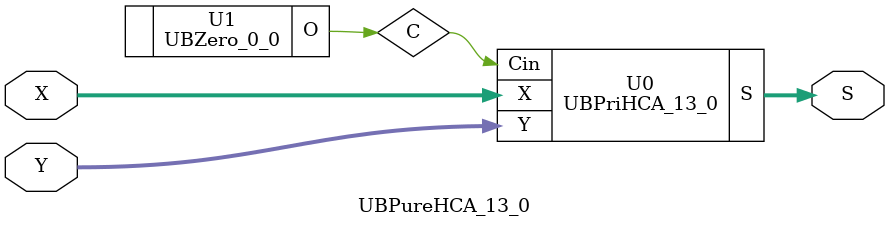
<source format=v>
/*----------------------------------------------------------------------------
  Copyright (c) 2021 Homma laboratory. All rights reserved.

  Top module: UBHCA_13_0_13_0

  Operand-1 length: 14
  Operand-2 length: 14
  Two-operand addition algorithm: Han-Carlson adder
----------------------------------------------------------------------------*/

module GPGenerator(Go, Po, A, B);
  output Go;
  output Po;
  input A;
  input B;
  assign Go = A & B;
  assign Po = A ^ B;
endmodule

module CarryOperator(Go, Po, Gi1, Pi1, Gi2, Pi2);
  output Go;
  output Po;
  input Gi1;
  input Gi2;
  input Pi1;
  input Pi2;
  assign Go = Gi1 | ( Gi2 & Pi1 );
  assign Po = Pi1 & Pi2;
endmodule

module UBPriHCA_13_0(S, X, Y, Cin);
  output [14:0] S;
  input Cin;
  input [13:0] X;
  input [13:0] Y;
  wire [13:0] G0;
  wire [13:0] G1;
  wire [13:0] G2;
  wire [13:0] G3;
  wire [13:0] G4;
  wire [13:0] G5;
  wire [13:0] P0;
  wire [13:0] P1;
  wire [13:0] P2;
  wire [13:0] P3;
  wire [13:0] P4;
  wire [13:0] P5;
  assign P1[0] = P0[0];
  assign G1[0] = G0[0];
  assign P1[2] = P0[2];
  assign G1[2] = G0[2];
  assign P1[4] = P0[4];
  assign G1[4] = G0[4];
  assign P1[6] = P0[6];
  assign G1[6] = G0[6];
  assign P1[8] = P0[8];
  assign G1[8] = G0[8];
  assign P1[10] = P0[10];
  assign G1[10] = G0[10];
  assign P1[12] = P0[12];
  assign G1[12] = G0[12];
  assign P2[0] = P1[0];
  assign G2[0] = G1[0];
  assign P2[1] = P1[1];
  assign G2[1] = G1[1];
  assign P2[2] = P1[2];
  assign G2[2] = G1[2];
  assign P2[4] = P1[4];
  assign G2[4] = G1[4];
  assign P2[6] = P1[6];
  assign G2[6] = G1[6];
  assign P2[8] = P1[8];
  assign G2[8] = G1[8];
  assign P2[10] = P1[10];
  assign G2[10] = G1[10];
  assign P2[12] = P1[12];
  assign G2[12] = G1[12];
  assign P3[0] = P2[0];
  assign G3[0] = G2[0];
  assign P3[1] = P2[1];
  assign G3[1] = G2[1];
  assign P3[2] = P2[2];
  assign G3[2] = G2[2];
  assign P3[3] = P2[3];
  assign G3[3] = G2[3];
  assign P3[4] = P2[4];
  assign G3[4] = G2[4];
  assign P3[6] = P2[6];
  assign G3[6] = G2[6];
  assign P3[8] = P2[8];
  assign G3[8] = G2[8];
  assign P3[10] = P2[10];
  assign G3[10] = G2[10];
  assign P3[12] = P2[12];
  assign G3[12] = G2[12];
  assign P4[0] = P3[0];
  assign G4[0] = G3[0];
  assign P4[1] = P3[1];
  assign G4[1] = G3[1];
  assign P4[2] = P3[2];
  assign G4[2] = G3[2];
  assign P4[3] = P3[3];
  assign G4[3] = G3[3];
  assign P4[4] = P3[4];
  assign G4[4] = G3[4];
  assign P4[5] = P3[5];
  assign G4[5] = G3[5];
  assign P4[6] = P3[6];
  assign G4[6] = G3[6];
  assign P4[7] = P3[7];
  assign G4[7] = G3[7];
  assign P4[8] = P3[8];
  assign G4[8] = G3[8];
  assign P4[10] = P3[10];
  assign G4[10] = G3[10];
  assign P4[12] = P3[12];
  assign G4[12] = G3[12];
  assign P5[0] = P4[0];
  assign G5[0] = G4[0];
  assign P5[1] = P4[1];
  assign G5[1] = G4[1];
  assign P5[3] = P4[3];
  assign G5[3] = G4[3];
  assign P5[5] = P4[5];
  assign G5[5] = G4[5];
  assign P5[7] = P4[7];
  assign G5[7] = G4[7];
  assign P5[9] = P4[9];
  assign G5[9] = G4[9];
  assign P5[11] = P4[11];
  assign G5[11] = G4[11];
  assign P5[13] = P4[13];
  assign G5[13] = G4[13];
  assign S[0] = Cin ^ P0[0];
  assign S[1] = ( G5[0] | ( P5[0] & Cin ) ) ^ P0[1];
  assign S[2] = ( G5[1] | ( P5[1] & Cin ) ) ^ P0[2];
  assign S[3] = ( G5[2] | ( P5[2] & Cin ) ) ^ P0[3];
  assign S[4] = ( G5[3] | ( P5[3] & Cin ) ) ^ P0[4];
  assign S[5] = ( G5[4] | ( P5[4] & Cin ) ) ^ P0[5];
  assign S[6] = ( G5[5] | ( P5[5] & Cin ) ) ^ P0[6];
  assign S[7] = ( G5[6] | ( P5[6] & Cin ) ) ^ P0[7];
  assign S[8] = ( G5[7] | ( P5[7] & Cin ) ) ^ P0[8];
  assign S[9] = ( G5[8] | ( P5[8] & Cin ) ) ^ P0[9];
  assign S[10] = ( G5[9] | ( P5[9] & Cin ) ) ^ P0[10];
  assign S[11] = ( G5[10] | ( P5[10] & Cin ) ) ^ P0[11];
  assign S[12] = ( G5[11] | ( P5[11] & Cin ) ) ^ P0[12];
  assign S[13] = ( G5[12] | ( P5[12] & Cin ) ) ^ P0[13];
  assign S[14] = G5[13] | ( P5[13] & Cin );
  GPGenerator U0 (G0[0], P0[0], X[0], Y[0]);
  GPGenerator U1 (G0[1], P0[1], X[1], Y[1]);
  GPGenerator U2 (G0[2], P0[2], X[2], Y[2]);
  GPGenerator U3 (G0[3], P0[3], X[3], Y[3]);
  GPGenerator U4 (G0[4], P0[4], X[4], Y[4]);
  GPGenerator U5 (G0[5], P0[5], X[5], Y[5]);
  GPGenerator U6 (G0[6], P0[6], X[6], Y[6]);
  GPGenerator U7 (G0[7], P0[7], X[7], Y[7]);
  GPGenerator U8 (G0[8], P0[8], X[8], Y[8]);
  GPGenerator U9 (G0[9], P0[9], X[9], Y[9]);
  GPGenerator U10 (G0[10], P0[10], X[10], Y[10]);
  GPGenerator U11 (G0[11], P0[11], X[11], Y[11]);
  GPGenerator U12 (G0[12], P0[12], X[12], Y[12]);
  GPGenerator U13 (G0[13], P0[13], X[13], Y[13]);
  CarryOperator U14 (G1[1], P1[1], G0[1], P0[1], G0[0], P0[0]);
  CarryOperator U15 (G1[3], P1[3], G0[3], P0[3], G0[2], P0[2]);
  CarryOperator U16 (G1[5], P1[5], G0[5], P0[5], G0[4], P0[4]);
  CarryOperator U17 (G1[7], P1[7], G0[7], P0[7], G0[6], P0[6]);
  CarryOperator U18 (G1[9], P1[9], G0[9], P0[9], G0[8], P0[8]);
  CarryOperator U19 (G1[11], P1[11], G0[11], P0[11], G0[10], P0[10]);
  CarryOperator U20 (G1[13], P1[13], G0[13], P0[13], G0[12], P0[12]);
  CarryOperator U21 (G2[3], P2[3], G1[3], P1[3], G1[1], P1[1]);
  CarryOperator U22 (G2[5], P2[5], G1[5], P1[5], G1[3], P1[3]);
  CarryOperator U23 (G2[7], P2[7], G1[7], P1[7], G1[5], P1[5]);
  CarryOperator U24 (G2[9], P2[9], G1[9], P1[9], G1[7], P1[7]);
  CarryOperator U25 (G2[11], P2[11], G1[11], P1[11], G1[9], P1[9]);
  CarryOperator U26 (G2[13], P2[13], G1[13], P1[13], G1[11], P1[11]);
  CarryOperator U27 (G3[5], P3[5], G2[5], P2[5], G2[1], P2[1]);
  CarryOperator U28 (G3[7], P3[7], G2[7], P2[7], G2[3], P2[3]);
  CarryOperator U29 (G3[9], P3[9], G2[9], P2[9], G2[5], P2[5]);
  CarryOperator U30 (G3[11], P3[11], G2[11], P2[11], G2[7], P2[7]);
  CarryOperator U31 (G3[13], P3[13], G2[13], P2[13], G2[9], P2[9]);
  CarryOperator U32 (G4[9], P4[9], G3[9], P3[9], G3[1], P3[1]);
  CarryOperator U33 (G4[11], P4[11], G3[11], P3[11], G3[3], P3[3]);
  CarryOperator U34 (G4[13], P4[13], G3[13], P3[13], G3[5], P3[5]);
  CarryOperator U35 (G5[2], P5[2], G4[2], P4[2], G4[1], P4[1]);
  CarryOperator U36 (G5[4], P5[4], G4[4], P4[4], G4[3], P4[3]);
  CarryOperator U37 (G5[6], P5[6], G4[6], P4[6], G4[5], P4[5]);
  CarryOperator U38 (G5[8], P5[8], G4[8], P4[8], G4[7], P4[7]);
  CarryOperator U39 (G5[10], P5[10], G4[10], P4[10], G4[9], P4[9]);
  CarryOperator U40 (G5[12], P5[12], G4[12], P4[12], G4[11], P4[11]);
endmodule

module UBZero_0_0(O);
  output [0:0] O;
  assign O[0] = 0;
endmodule

module UBHCA_13_0_13_0 (S, X, Y);
  output [14:0] S;
  input [13:0] X;
  input [13:0] Y;
  UBPureHCA_13_0 U0 (S[14:0], X[13:0], Y[13:0]);
endmodule

module UBPureHCA_13_0 (S, X, Y);
  output [14:0] S;
  input [13:0] X;
  input [13:0] Y;
  wire C;
  UBPriHCA_13_0 U0 (S, X, Y, C);
  UBZero_0_0 U1 (C);
endmodule


</source>
